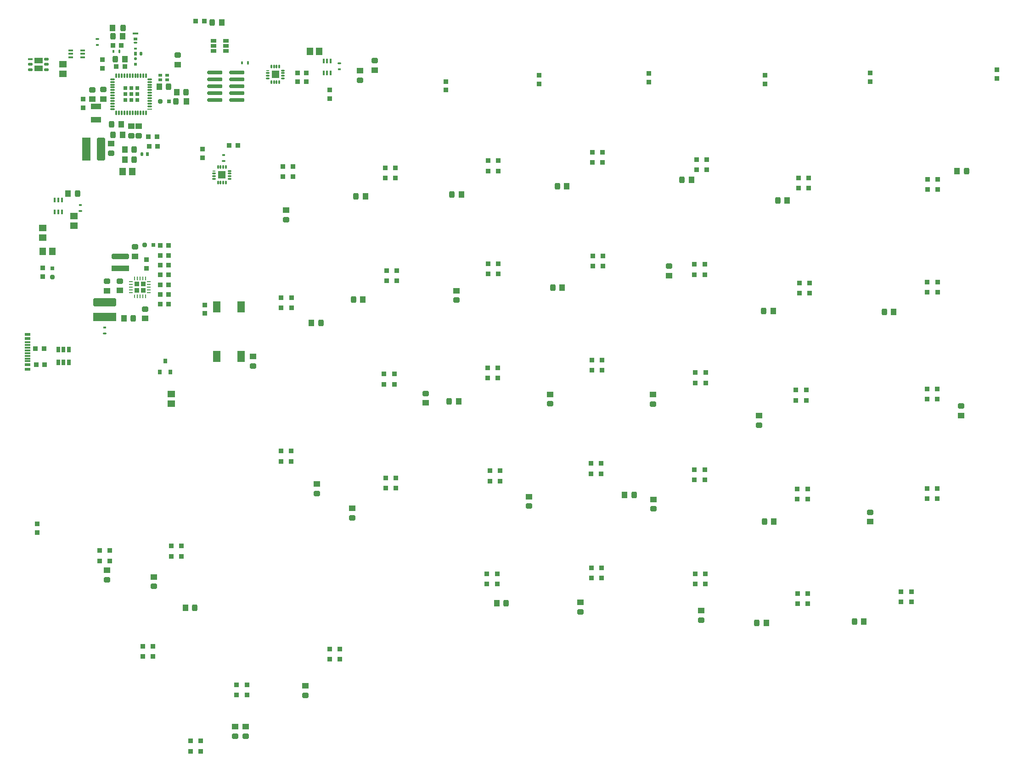
<source format=gtp>
G04*
G04 #@! TF.GenerationSoftware,Altium Limited,Altium Designer,24.10.1 (45)*
G04*
G04 Layer_Color=8421504*
%FSLAX44Y44*%
%MOMM*%
G71*
G04*
G04 #@! TF.SameCoordinates,C5D54C42-AD36-42D0-BC00-7EC9B4A80EB1*
G04*
G04*
G04 #@! TF.FilePolarity,Positive*
G04*
G01*
G75*
%ADD22R,0.7620X0.7112*%
%ADD23R,1.6256X1.1176*%
%ADD24R,0.8000X0.9000*%
%ADD25R,0.9000X0.9000*%
%ADD26R,1.2000X1.0000*%
G04:AMPARAMS|DCode=27|XSize=1.2mm|YSize=1mm|CornerRadius=0.25mm|HoleSize=0mm|Usage=FLASHONLY|Rotation=180.000|XOffset=0mm|YOffset=0mm|HoleType=Round|Shape=RoundedRectangle|*
%AMROUNDEDRECTD27*
21,1,1.2000,0.5000,0,0,180.0*
21,1,0.7000,1.0000,0,0,180.0*
1,1,0.5000,-0.3500,0.2500*
1,1,0.5000,0.3500,0.2500*
1,1,0.5000,0.3500,-0.2500*
1,1,0.5000,-0.3500,-0.2500*
%
%ADD27ROUNDEDRECTD27*%
G04:AMPARAMS|DCode=28|XSize=0.26mm|YSize=0.86mm|CornerRadius=0.065mm|HoleSize=0mm|Usage=FLASHONLY|Rotation=180.000|XOffset=0mm|YOffset=0mm|HoleType=Round|Shape=RoundedRectangle|*
%AMROUNDEDRECTD28*
21,1,0.2600,0.7300,0,0,180.0*
21,1,0.1300,0.8600,0,0,180.0*
1,1,0.1300,-0.0650,0.3650*
1,1,0.1300,0.0650,0.3650*
1,1,0.1300,0.0650,-0.3650*
1,1,0.1300,-0.0650,-0.3650*
%
%ADD28ROUNDEDRECTD28*%
G04:AMPARAMS|DCode=29|XSize=0.26mm|YSize=0.86mm|CornerRadius=0.065mm|HoleSize=0mm|Usage=FLASHONLY|Rotation=270.000|XOffset=0mm|YOffset=0mm|HoleType=Round|Shape=RoundedRectangle|*
%AMROUNDEDRECTD29*
21,1,0.2600,0.7300,0,0,270.0*
21,1,0.1300,0.8600,0,0,270.0*
1,1,0.1300,-0.3650,-0.0650*
1,1,0.1300,-0.3650,0.0650*
1,1,0.1300,0.3650,0.0650*
1,1,0.1300,0.3650,-0.0650*
%
%ADD29ROUNDEDRECTD29*%
%ADD30R,0.8600X0.2600*%
%ADD31R,0.5892X0.4700*%
G04:AMPARAMS|DCode=32|XSize=0.5892mm|YSize=0.47mm|CornerRadius=0.1175mm|HoleSize=0mm|Usage=FLASHONLY|Rotation=180.000|XOffset=0mm|YOffset=0mm|HoleType=Round|Shape=RoundedRectangle|*
%AMROUNDEDRECTD32*
21,1,0.5892,0.2350,0,0,180.0*
21,1,0.3542,0.4700,0,0,180.0*
1,1,0.2350,-0.1771,0.1175*
1,1,0.2350,0.1771,0.1175*
1,1,0.2350,0.1771,-0.1175*
1,1,0.2350,-0.1771,-0.1175*
%
%ADD32ROUNDEDRECTD32*%
%ADD33R,0.5000X0.6400*%
G04:AMPARAMS|DCode=34|XSize=0.64mm|YSize=0.5mm|CornerRadius=0.125mm|HoleSize=0mm|Usage=FLASHONLY|Rotation=90.000|XOffset=0mm|YOffset=0mm|HoleType=Round|Shape=RoundedRectangle|*
%AMROUNDEDRECTD34*
21,1,0.6400,0.2500,0,0,90.0*
21,1,0.3900,0.5000,0,0,90.0*
1,1,0.2500,0.1250,0.1950*
1,1,0.2500,0.1250,-0.1950*
1,1,0.2500,-0.1250,-0.1950*
1,1,0.2500,-0.1250,0.1950*
%
%ADD34ROUNDEDRECTD34*%
%ADD35R,0.6400X0.4700*%
G04:AMPARAMS|DCode=36|XSize=1.016mm|YSize=0.3938mm|CornerRadius=0.0984mm|HoleSize=0mm|Usage=FLASHONLY|Rotation=180.000|XOffset=0mm|YOffset=0mm|HoleType=Round|Shape=RoundedRectangle|*
%AMROUNDEDRECTD36*
21,1,1.0160,0.1969,0,0,180.0*
21,1,0.8191,0.3938,0,0,180.0*
1,1,0.1969,-0.4096,0.0984*
1,1,0.1969,0.4096,0.0984*
1,1,0.1969,0.4096,-0.0984*
1,1,0.1969,-0.4096,-0.0984*
%
%ADD36ROUNDEDRECTD36*%
%ADD37R,0.9000X0.9000*%
G04:AMPARAMS|DCode=38|XSize=0.9mm|YSize=0.9mm|CornerRadius=0.225mm|HoleSize=0mm|Usage=FLASHONLY|Rotation=180.000|XOffset=0mm|YOffset=0mm|HoleType=Round|Shape=RoundedRectangle|*
%AMROUNDEDRECTD38*
21,1,0.9000,0.4500,0,0,180.0*
21,1,0.4500,0.9000,0,0,180.0*
1,1,0.4500,-0.2250,0.2250*
1,1,0.4500,0.2250,0.2250*
1,1,0.4500,0.2250,-0.2250*
1,1,0.4500,-0.2250,-0.2250*
%
%ADD38ROUNDEDRECTD38*%
G04:AMPARAMS|DCode=39|XSize=0.9mm|YSize=0.9mm|CornerRadius=0.225mm|HoleSize=0mm|Usage=FLASHONLY|Rotation=270.000|XOffset=0mm|YOffset=0mm|HoleType=Round|Shape=RoundedRectangle|*
%AMROUNDEDRECTD39*
21,1,0.9000,0.4500,0,0,270.0*
21,1,0.4500,0.9000,0,0,270.0*
1,1,0.4500,-0.2250,-0.2250*
1,1,0.4500,-0.2250,0.2250*
1,1,0.4500,0.2250,0.2250*
1,1,0.4500,0.2250,-0.2250*
%
%ADD39ROUNDEDRECTD39*%
G04:AMPARAMS|DCode=40|XSize=1.2mm|YSize=1mm|CornerRadius=0.25mm|HoleSize=0mm|Usage=FLASHONLY|Rotation=270.000|XOffset=0mm|YOffset=0mm|HoleType=Round|Shape=RoundedRectangle|*
%AMROUNDEDRECTD40*
21,1,1.2000,0.5000,0,0,270.0*
21,1,0.7000,1.0000,0,0,270.0*
1,1,0.5000,-0.2500,-0.3500*
1,1,0.5000,-0.2500,0.3500*
1,1,0.5000,0.2500,0.3500*
1,1,0.5000,0.2500,-0.3500*
%
%ADD40ROUNDEDRECTD40*%
%ADD41R,1.0000X1.2000*%
%ADD42R,1.4700X1.1600*%
%ADD43R,1.4000X2.1000*%
%ADD44R,1.1600X1.4700*%
%ADD45R,1.3700X1.3700*%
G04:AMPARAMS|DCode=46|XSize=0.6mm|YSize=0.26mm|CornerRadius=0.0325mm|HoleSize=0mm|Usage=FLASHONLY|Rotation=0.000|XOffset=0mm|YOffset=0mm|HoleType=Round|Shape=RoundedRectangle|*
%AMROUNDEDRECTD46*
21,1,0.6000,0.1950,0,0,0.0*
21,1,0.5350,0.2600,0,0,0.0*
1,1,0.0650,0.2675,-0.0975*
1,1,0.0650,-0.2675,-0.0975*
1,1,0.0650,-0.2675,0.0975*
1,1,0.0650,0.2675,0.0975*
%
%ADD46ROUNDEDRECTD46*%
%ADD47R,0.6000X0.2600*%
G04:AMPARAMS|DCode=48|XSize=0.6mm|YSize=0.26mm|CornerRadius=0.0325mm|HoleSize=0mm|Usage=FLASHONLY|Rotation=90.000|XOffset=0mm|YOffset=0mm|HoleType=Round|Shape=RoundedRectangle|*
%AMROUNDEDRECTD48*
21,1,0.6000,0.1950,0,0,90.0*
21,1,0.5350,0.2600,0,0,90.0*
1,1,0.0650,0.0975,0.2675*
1,1,0.0650,0.0975,-0.2675*
1,1,0.0650,-0.0975,-0.2675*
1,1,0.0650,-0.0975,0.2675*
%
%ADD48ROUNDEDRECTD48*%
G04:AMPARAMS|DCode=49|XSize=0.4mm|YSize=0.9mm|CornerRadius=0.1mm|HoleSize=0mm|Usage=FLASHONLY|Rotation=0.000|XOffset=0mm|YOffset=0mm|HoleType=Round|Shape=RoundedRectangle|*
%AMROUNDEDRECTD49*
21,1,0.4000,0.7000,0,0,0.0*
21,1,0.2000,0.9000,0,0,0.0*
1,1,0.2000,0.1000,-0.3500*
1,1,0.2000,-0.1000,-0.3500*
1,1,0.2000,-0.1000,0.3500*
1,1,0.2000,0.1000,0.3500*
%
%ADD49ROUNDEDRECTD49*%
%ADD50R,0.4000X0.9000*%
%ADD51R,1.0000X0.7000*%
G04:AMPARAMS|DCode=52|XSize=2.794mm|YSize=0.6604mm|CornerRadius=0.1651mm|HoleSize=0mm|Usage=FLASHONLY|Rotation=0.000|XOffset=0mm|YOffset=0mm|HoleType=Round|Shape=RoundedRectangle|*
%AMROUNDEDRECTD52*
21,1,2.7940,0.3302,0,0,0.0*
21,1,2.4638,0.6604,0,0,0.0*
1,1,0.3302,1.2319,-0.1651*
1,1,0.3302,-1.2319,-0.1651*
1,1,0.3302,-1.2319,0.1651*
1,1,0.3302,1.2319,0.1651*
%
%ADD52ROUNDEDRECTD52*%
%ADD53R,0.9000X0.4000*%
G04:AMPARAMS|DCode=54|XSize=0.4mm|YSize=0.9mm|CornerRadius=0.1mm|HoleSize=0mm|Usage=FLASHONLY|Rotation=270.000|XOffset=0mm|YOffset=0mm|HoleType=Round|Shape=RoundedRectangle|*
%AMROUNDEDRECTD54*
21,1,0.4000,0.7000,0,0,270.0*
21,1,0.2000,0.9000,0,0,270.0*
1,1,0.2000,-0.3500,-0.1000*
1,1,0.2000,-0.3500,0.1000*
1,1,0.2000,0.3500,0.1000*
1,1,0.2000,0.3500,-0.1000*
%
%ADD54ROUNDEDRECTD54*%
G04:AMPARAMS|DCode=55|XSize=1.6mm|YSize=4.3mm|CornerRadius=0.4mm|HoleSize=0mm|Usage=FLASHONLY|Rotation=0.000|XOffset=0mm|YOffset=0mm|HoleType=Round|Shape=RoundedRectangle|*
%AMROUNDEDRECTD55*
21,1,1.6000,3.5000,0,0,0.0*
21,1,0.8000,4.3000,0,0,0.0*
1,1,0.8000,0.4000,-1.7500*
1,1,0.8000,-0.4000,-1.7500*
1,1,0.8000,-0.4000,1.7500*
1,1,0.8000,0.4000,1.7500*
%
%ADD55ROUNDEDRECTD55*%
%ADD56R,1.6000X4.3000*%
G04:AMPARAMS|DCode=57|XSize=1.6mm|YSize=4.3mm|CornerRadius=0.4mm|HoleSize=0mm|Usage=FLASHONLY|Rotation=90.000|XOffset=0mm|YOffset=0mm|HoleType=Round|Shape=RoundedRectangle|*
%AMROUNDEDRECTD57*
21,1,1.6000,3.5000,0,0,90.0*
21,1,0.8000,4.3000,0,0,90.0*
1,1,0.8000,1.7500,0.4000*
1,1,0.8000,1.7500,-0.4000*
1,1,0.8000,-1.7500,-0.4000*
1,1,0.8000,-1.7500,0.4000*
%
%ADD57ROUNDEDRECTD57*%
%ADD58R,4.3000X1.6000*%
G04:AMPARAMS|DCode=59|XSize=0.45mm|YSize=0.85mm|CornerRadius=0.1125mm|HoleSize=0mm|Usage=FLASHONLY|Rotation=90.000|XOffset=0mm|YOffset=0mm|HoleType=Round|Shape=RoundedRectangle|*
%AMROUNDEDRECTD59*
21,1,0.4500,0.6250,0,0,90.0*
21,1,0.2250,0.8500,0,0,90.0*
1,1,0.2250,0.3125,0.1125*
1,1,0.2250,0.3125,-0.1125*
1,1,0.2250,-0.3125,-0.1125*
1,1,0.2250,-0.3125,0.1125*
%
%ADD59ROUNDEDRECTD59*%
%ADD60R,0.8500X0.4500*%
%ADD61R,1.9000X1.1000*%
G04:AMPARAMS|DCode=62|XSize=1mm|YSize=3.2mm|CornerRadius=0.25mm|HoleSize=0mm|Usage=FLASHONLY|Rotation=90.000|XOffset=0mm|YOffset=0mm|HoleType=Round|Shape=RoundedRectangle|*
%AMROUNDEDRECTD62*
21,1,1.0000,2.7000,0,0,90.0*
21,1,0.5000,3.2000,0,0,90.0*
1,1,0.5000,1.3500,0.2500*
1,1,0.5000,1.3500,-0.2500*
1,1,0.5000,-1.3500,-0.2500*
1,1,0.5000,-1.3500,0.2500*
%
%ADD62ROUNDEDRECTD62*%
%ADD63R,3.2000X1.0000*%
%ADD64R,0.6000X0.4000*%
G04:AMPARAMS|DCode=65|XSize=0.6mm|YSize=0.4mm|CornerRadius=0.1mm|HoleSize=0mm|Usage=FLASHONLY|Rotation=180.000|XOffset=0mm|YOffset=0mm|HoleType=Round|Shape=RoundedRectangle|*
%AMROUNDEDRECTD65*
21,1,0.6000,0.2000,0,0,180.0*
21,1,0.4000,0.4000,0,0,180.0*
1,1,0.2000,-0.2000,0.1000*
1,1,0.2000,0.2000,0.1000*
1,1,0.2000,0.2000,-0.1000*
1,1,0.2000,-0.2000,-0.1000*
%
%ADD65ROUNDEDRECTD65*%
%ADD66R,0.4000X0.6000*%
G04:AMPARAMS|DCode=67|XSize=0.6mm|YSize=0.4mm|CornerRadius=0.1mm|HoleSize=0mm|Usage=FLASHONLY|Rotation=90.000|XOffset=0mm|YOffset=0mm|HoleType=Round|Shape=RoundedRectangle|*
%AMROUNDEDRECTD67*
21,1,0.6000,0.2000,0,0,90.0*
21,1,0.4000,0.4000,0,0,90.0*
1,1,0.2000,0.1000,0.2000*
1,1,0.2000,0.1000,-0.2000*
1,1,0.2000,-0.1000,-0.2000*
1,1,0.2000,-0.1000,0.2000*
%
%ADD67ROUNDEDRECTD67*%
%ADD68R,0.6858X0.5842*%
G04:AMPARAMS|DCode=69|XSize=0.64mm|YSize=0.47mm|CornerRadius=0.1175mm|HoleSize=0mm|Usage=FLASHONLY|Rotation=270.000|XOffset=0mm|YOffset=0mm|HoleType=Round|Shape=RoundedRectangle|*
%AMROUNDEDRECTD69*
21,1,0.6400,0.2350,0,0,270.0*
21,1,0.4050,0.4700,0,0,270.0*
1,1,0.2350,-0.1175,-0.2025*
1,1,0.2350,-0.1175,0.2025*
1,1,0.2350,0.1175,0.2025*
1,1,0.2350,0.1175,-0.2025*
%
%ADD69ROUNDEDRECTD69*%
%ADD70R,0.4700X0.6400*%
G04:AMPARAMS|DCode=71|XSize=0.24mm|YSize=0.6mm|CornerRadius=0.0324mm|HoleSize=0mm|Usage=FLASHONLY|Rotation=90.000|XOffset=0mm|YOffset=0mm|HoleType=Round|Shape=RoundedRectangle|*
%AMROUNDEDRECTD71*
21,1,0.2400,0.5352,0,0,90.0*
21,1,0.1752,0.6000,0,0,90.0*
1,1,0.0648,0.2676,0.0876*
1,1,0.0648,0.2676,-0.0876*
1,1,0.0648,-0.2676,-0.0876*
1,1,0.0648,-0.2676,0.0876*
%
%ADD71ROUNDEDRECTD71*%
G04:AMPARAMS|DCode=72|XSize=0.6mm|YSize=0.24mm|CornerRadius=0.06mm|HoleSize=0mm|Usage=FLASHONLY|Rotation=90.000|XOffset=0mm|YOffset=0mm|HoleType=Round|Shape=RoundedRectangle|*
%AMROUNDEDRECTD72*
21,1,0.6000,0.1200,0,0,90.0*
21,1,0.4800,0.2400,0,0,90.0*
1,1,0.1200,0.0600,0.2400*
1,1,0.1200,0.0600,-0.2400*
1,1,0.1200,-0.0600,-0.2400*
1,1,0.1200,-0.0600,0.2400*
%
%ADD72ROUNDEDRECTD72*%
G04:AMPARAMS|DCode=73|XSize=0.6mm|YSize=0.24mm|CornerRadius=0.0324mm|HoleSize=0mm|Usage=FLASHONLY|Rotation=90.000|XOffset=0mm|YOffset=0mm|HoleType=Round|Shape=RoundedRectangle|*
%AMROUNDEDRECTD73*
21,1,0.6000,0.1752,0,0,90.0*
21,1,0.5352,0.2400,0,0,90.0*
1,1,0.0648,0.0876,0.2676*
1,1,0.0648,0.0876,-0.2676*
1,1,0.0648,-0.0876,-0.2676*
1,1,0.0648,-0.0876,0.2676*
%
%ADD73ROUNDEDRECTD73*%
G04:AMPARAMS|DCode=74|XSize=0.8mm|YSize=0.8mm|CornerRadius=0.2mm|HoleSize=0mm|Usage=FLASHONLY|Rotation=270.000|XOffset=0mm|YOffset=0mm|HoleType=Round|Shape=RoundedRectangle|*
%AMROUNDEDRECTD74*
21,1,0.8000,0.4000,0,0,270.0*
21,1,0.4000,0.8000,0,0,270.0*
1,1,0.4000,-0.2000,-0.2000*
1,1,0.4000,-0.2000,0.2000*
1,1,0.4000,0.2000,0.2000*
1,1,0.4000,0.2000,-0.2000*
%
%ADD74ROUNDEDRECTD74*%
%ADD75R,0.8000X0.8000*%
G04:AMPARAMS|DCode=76|XSize=0.8mm|YSize=0.8mm|CornerRadius=0.2mm|HoleSize=0mm|Usage=FLASHONLY|Rotation=0.000|XOffset=0mm|YOffset=0mm|HoleType=Round|Shape=RoundedRectangle|*
%AMROUNDEDRECTD76*
21,1,0.8000,0.4000,0,0,0.0*
21,1,0.4000,0.8000,0,0,0.0*
1,1,0.4000,0.2000,-0.2000*
1,1,0.4000,-0.2000,-0.2000*
1,1,0.4000,-0.2000,0.2000*
1,1,0.4000,0.2000,0.2000*
%
%ADD76ROUNDEDRECTD76*%
%ADD77R,0.8000X0.8000*%
%ADD78R,1.1400X0.6000*%
%ADD79R,1.1400X0.3000*%
%ADD80R,0.7000X1.0000*%
G36*
X274828Y405892D02*
Y397216D01*
X266152D01*
Y405892D01*
X274828D01*
D02*
G37*
G36*
Y417616D02*
Y408940D01*
X266152D01*
Y417616D01*
X274828D01*
D02*
G37*
G36*
X286552Y405892D02*
Y397216D01*
X277876D01*
Y405892D01*
X286552D01*
D02*
G37*
G36*
Y417616D02*
Y408940D01*
X277876D01*
Y417616D01*
X286552D01*
D02*
G37*
D22*
X249368Y774980D02*
D03*
X260036D02*
D03*
X270958D02*
D03*
X249114Y763804D02*
D03*
X260036D02*
D03*
X270958D02*
D03*
X249114Y752882D02*
D03*
X260036D02*
D03*
X271212D02*
D03*
D23*
X88900Y811530D02*
D03*
Y825754D02*
D03*
D24*
X313080Y251112D02*
D03*
X332080D02*
D03*
X322580Y271112D02*
D03*
D25*
X539648Y630530D02*
D03*
Y611530D02*
D03*
X558648D02*
D03*
Y630530D02*
D03*
X747116Y627990D02*
D03*
Y608990D02*
D03*
X728116D02*
D03*
Y627990D02*
D03*
X918108Y640944D02*
D03*
Y621944D02*
D03*
X937108D02*
D03*
Y640944D02*
D03*
X1129132Y656438D02*
D03*
Y637438D02*
D03*
X1110132D02*
D03*
Y656438D02*
D03*
X1509370Y609448D02*
D03*
Y590448D02*
D03*
X1490370D02*
D03*
Y609448D02*
D03*
X1747114Y587908D02*
D03*
Y606908D02*
D03*
X1728114D02*
D03*
Y587908D02*
D03*
X1302410Y643230D02*
D03*
Y624230D02*
D03*
X1321410D02*
D03*
Y643230D02*
D03*
X1679600Y-154584D02*
D03*
Y-173584D02*
D03*
X1698600D02*
D03*
Y-154584D02*
D03*
X536600Y388214D02*
D03*
Y369214D02*
D03*
X555600D02*
D03*
Y388214D02*
D03*
X730762Y438151D02*
D03*
Y419151D02*
D03*
X749762D02*
D03*
Y438151D02*
D03*
X937162Y450872D02*
D03*
Y431872D02*
D03*
X918162D02*
D03*
Y450872D02*
D03*
X1110894Y465430D02*
D03*
Y446430D02*
D03*
X1129894D02*
D03*
Y465430D02*
D03*
X1317387Y430761D02*
D03*
Y449761D02*
D03*
X1298387D02*
D03*
Y430761D02*
D03*
X1510894Y415138D02*
D03*
Y396138D02*
D03*
X1491894D02*
D03*
Y415138D02*
D03*
X1727860Y416916D02*
D03*
Y397916D02*
D03*
X1746860D02*
D03*
Y416916D02*
D03*
X220606Y-78591D02*
D03*
Y-97591D02*
D03*
X201606D02*
D03*
Y-78591D02*
D03*
X352908Y-70256D02*
D03*
Y-89256D02*
D03*
X333908D02*
D03*
Y-70256D02*
D03*
X745084Y247244D02*
D03*
Y228244D02*
D03*
X726084D02*
D03*
Y247244D02*
D03*
X917092Y258928D02*
D03*
Y239928D02*
D03*
X936092D02*
D03*
Y258928D02*
D03*
X1128116Y273152D02*
D03*
Y254152D02*
D03*
X1109116D02*
D03*
Y273152D02*
D03*
X1300124Y249784D02*
D03*
Y230784D02*
D03*
X1319124D02*
D03*
Y249784D02*
D03*
X1504544Y217526D02*
D03*
Y198526D02*
D03*
X1485544D02*
D03*
Y217526D02*
D03*
X1727351Y219948D02*
D03*
Y200948D02*
D03*
X1746351D02*
D03*
Y219948D02*
D03*
X300076Y-255422D02*
D03*
Y-274422D02*
D03*
X281076D02*
D03*
Y-255422D02*
D03*
X536078Y104929D02*
D03*
Y85929D02*
D03*
X555078D02*
D03*
Y104929D02*
D03*
X729255Y36585D02*
D03*
Y55585D02*
D03*
X748255D02*
D03*
Y36585D02*
D03*
X921295Y68630D02*
D03*
Y49630D02*
D03*
X940295D02*
D03*
Y68630D02*
D03*
X1126846Y82144D02*
D03*
Y63144D02*
D03*
X1107846D02*
D03*
Y82144D02*
D03*
X1298513Y70649D02*
D03*
Y51649D02*
D03*
X1317513D02*
D03*
Y70649D02*
D03*
X1488084Y16408D02*
D03*
Y35408D02*
D03*
X1507084D02*
D03*
Y16408D02*
D03*
X1727606Y35916D02*
D03*
Y16916D02*
D03*
X1746606D02*
D03*
Y35916D02*
D03*
X388468Y-429920D02*
D03*
Y-448920D02*
D03*
X369468D02*
D03*
Y-429920D02*
D03*
X454304Y-326288D02*
D03*
Y-345288D02*
D03*
X473304D02*
D03*
Y-326288D02*
D03*
X644754Y-260248D02*
D03*
Y-279248D02*
D03*
X625754D02*
D03*
Y-260248D02*
D03*
X934902Y-121339D02*
D03*
Y-140339D02*
D03*
X915902D02*
D03*
Y-121339D02*
D03*
X1127608Y-110388D02*
D03*
Y-129388D02*
D03*
X1108608D02*
D03*
Y-110388D02*
D03*
X1299696Y-121462D02*
D03*
Y-140462D02*
D03*
X1318696D02*
D03*
Y-121462D02*
D03*
X1507418Y-157712D02*
D03*
Y-176712D02*
D03*
X1488418D02*
D03*
Y-157712D02*
D03*
X456818Y668782D02*
D03*
X308990Y667766D02*
D03*
X307466Y685546D02*
D03*
X329284Y375898D02*
D03*
X313284Y393974D02*
D03*
Y412050D02*
D03*
Y430127D02*
D03*
X329284Y448203D02*
D03*
X329284Y466279D02*
D03*
X313284Y484356D02*
D03*
X582802Y787146D02*
D03*
X566802Y802894D02*
D03*
X378588Y898906D02*
D03*
X248284Y814832D02*
D03*
X242046Y853988D02*
D03*
X84708Y264454D02*
D03*
X83692Y294172D02*
D03*
D26*
X267208Y464706D02*
D03*
X274066Y704710D02*
D03*
X484886Y279514D02*
D03*
X580898Y-328054D02*
D03*
X1088644Y-174384D02*
D03*
X1310640Y-189624D02*
D03*
X1251966Y428892D02*
D03*
X545846Y549910D02*
D03*
X993140Y20942D02*
D03*
X1417957Y170492D02*
D03*
X1622806Y-25260D02*
D03*
X1790192Y170688D02*
D03*
X471424Y-403746D02*
D03*
X451866Y-403492D02*
D03*
X239522Y401346D02*
D03*
X215392Y401206D02*
D03*
X285461Y349644D02*
D03*
X1221994Y209296D02*
D03*
X1223264Y15862D02*
D03*
X1032764Y209804D02*
D03*
X803148Y193802D02*
D03*
X667258Y-648D02*
D03*
X602742Y44424D02*
D03*
X301498Y-127140D02*
D03*
X215392Y-114694D02*
D03*
X859790Y401066D02*
D03*
X682244Y806818D02*
D03*
X708660Y808368D02*
D03*
X345694Y818528D02*
D03*
X208280Y754660D02*
D03*
X187960Y754520D02*
D03*
X260350Y704456D02*
D03*
X223266Y672198D02*
D03*
D27*
X267208Y482206D02*
D03*
X274066Y687210D02*
D03*
X484886Y262014D02*
D03*
X580898Y-345554D02*
D03*
X1088644Y-191884D02*
D03*
X1310640Y-207124D02*
D03*
X1251966Y446392D02*
D03*
X545846Y532410D02*
D03*
X993140Y3442D02*
D03*
X1417957Y152992D02*
D03*
X1622806Y-7760D02*
D03*
X1790192Y188188D02*
D03*
X471424Y-421246D02*
D03*
X451866Y-420992D02*
D03*
X239522Y418846D02*
D03*
X215392Y418706D02*
D03*
X285461Y367144D02*
D03*
X1221994Y191796D02*
D03*
X1223264Y-1638D02*
D03*
X1032764Y192304D02*
D03*
X803148Y211302D02*
D03*
X667258Y-18148D02*
D03*
X602742Y26924D02*
D03*
X301498Y-144640D02*
D03*
X215392Y-132194D02*
D03*
X859790Y383566D02*
D03*
X682244Y789318D02*
D03*
X708660Y825868D02*
D03*
X345694Y836028D02*
D03*
X208280Y772160D02*
D03*
X187960Y772020D02*
D03*
X260350Y686956D02*
D03*
X223266Y654698D02*
D03*
D28*
X287536Y729454D02*
D03*
X282536D02*
D03*
X277536D02*
D03*
X272536D02*
D03*
X267536D02*
D03*
X262536D02*
D03*
X257536D02*
D03*
X252536D02*
D03*
X247536D02*
D03*
X242536D02*
D03*
X237536D02*
D03*
X232536D02*
D03*
Y798154D02*
D03*
X237536D02*
D03*
X242536D02*
D03*
X247536D02*
D03*
X252536D02*
D03*
X257536D02*
D03*
X262536D02*
D03*
X267536D02*
D03*
X272536D02*
D03*
X277536D02*
D03*
X282536D02*
D03*
X287536D02*
D03*
D29*
X225686Y736304D02*
D03*
Y741304D02*
D03*
Y746304D02*
D03*
Y751304D02*
D03*
Y756304D02*
D03*
Y761304D02*
D03*
Y766304D02*
D03*
Y771304D02*
D03*
Y776304D02*
D03*
Y781304D02*
D03*
Y786304D02*
D03*
Y791304D02*
D03*
X294386D02*
D03*
Y786304D02*
D03*
Y781304D02*
D03*
Y776304D02*
D03*
Y771304D02*
D03*
Y766304D02*
D03*
Y761304D02*
D03*
Y756304D02*
D03*
Y751304D02*
D03*
Y746304D02*
D03*
Y741304D02*
D03*
D30*
Y736304D02*
D03*
D31*
X267970Y818976D02*
D03*
D32*
Y828976D02*
D03*
D33*
X268304Y838454D02*
D03*
D34*
X278304D02*
D03*
D35*
X267970Y865712D02*
D03*
D36*
Y875712D02*
D03*
D37*
X171196Y738506D02*
D03*
X391922Y662050D02*
D03*
X288290Y442596D02*
D03*
X395732Y358904D02*
D03*
X1856486Y793116D02*
D03*
X1622552Y786766D02*
D03*
X1428750Y782702D02*
D03*
X1214120Y785750D02*
D03*
X1012444Y782702D02*
D03*
X840232Y771272D02*
D03*
X626364Y755524D02*
D03*
X207264Y811404D02*
D03*
X96520Y442720D02*
D03*
X86360Y-45210D02*
D03*
D38*
X171196Y754506D02*
D03*
X391922Y646050D02*
D03*
X288290Y458596D02*
D03*
X395732Y374904D02*
D03*
X1856486Y809116D02*
D03*
X1622552Y802766D02*
D03*
X1428750Y798702D02*
D03*
X1214120Y801750D02*
D03*
X1012444Y798702D02*
D03*
X840232Y787272D02*
D03*
X626364Y771524D02*
D03*
X207264Y827404D02*
D03*
X96520Y426720D02*
D03*
X86360Y-29210D02*
D03*
D39*
X440818Y668782D02*
D03*
X292990Y667766D02*
D03*
X291466Y685546D02*
D03*
X313284Y375898D02*
D03*
X329284Y393974D02*
D03*
Y412050D02*
D03*
Y430127D02*
D03*
X313284Y448203D02*
D03*
X313284Y466279D02*
D03*
X329284Y484356D02*
D03*
X566802Y787146D02*
D03*
X582802Y802894D02*
D03*
X394588Y898906D02*
D03*
X232284Y814832D02*
D03*
X226046Y853988D02*
D03*
X100708Y264454D02*
D03*
X99692Y294172D02*
D03*
D40*
X1452258Y567436D02*
D03*
X1275728Y606044D02*
D03*
X1045798Y593543D02*
D03*
X851504Y578481D02*
D03*
X674510Y575564D02*
D03*
X1413650Y-212344D02*
D03*
X1593482Y-209550D02*
D03*
X951598Y-175514D02*
D03*
X1427620Y-25400D02*
D03*
X226708Y688594D02*
D03*
X361302Y767588D02*
D03*
X329044Y777748D02*
D03*
X263994Y349736D02*
D03*
X1187196Y23622D02*
D03*
X846468Y196596D02*
D03*
X377558Y-183896D02*
D03*
X609854Y341122D02*
D03*
X669938Y384556D02*
D03*
X1037222Y406654D02*
D03*
X1426350Y363474D02*
D03*
X1648600Y361950D02*
D03*
X1800466Y622046D02*
D03*
X409394Y896486D02*
D03*
X231026Y828040D02*
D03*
X226454Y870712D02*
D03*
X265544Y643128D02*
D03*
Y661416D02*
D03*
X223914Y708406D02*
D03*
X161240Y579982D02*
D03*
X342298Y750062D02*
D03*
X245458Y885952D02*
D03*
D41*
X1469758Y567436D02*
D03*
X1293228Y606044D02*
D03*
X1063298Y593543D02*
D03*
X869004Y578481D02*
D03*
X692010Y575564D02*
D03*
X1431150Y-212344D02*
D03*
X1610982Y-209550D02*
D03*
X934098Y-175514D02*
D03*
X1445120Y-25400D02*
D03*
X244208Y688594D02*
D03*
X343802Y767588D02*
D03*
X311544Y777748D02*
D03*
X246494Y349736D02*
D03*
X1169696Y23622D02*
D03*
X863968Y196596D02*
D03*
X360058Y-183896D02*
D03*
X592354Y341122D02*
D03*
X687438Y384556D02*
D03*
X1054722Y406654D02*
D03*
X1443850Y363474D02*
D03*
X1666100Y361950D02*
D03*
X1782966Y622046D02*
D03*
X426894Y896486D02*
D03*
X248526Y828040D02*
D03*
X243954Y870712D02*
D03*
X248044Y643128D02*
D03*
Y661416D02*
D03*
X241414Y708406D02*
D03*
X143740Y579982D02*
D03*
X362298Y750062D02*
D03*
X225458Y885952D02*
D03*
D42*
X334264Y192876D02*
D03*
Y210476D02*
D03*
X134366Y801550D02*
D03*
Y819150D02*
D03*
X96520Y516890D02*
D03*
Y499290D02*
D03*
X154432Y521044D02*
D03*
Y538644D02*
D03*
D43*
X417682Y371128D02*
D03*
Y280128D02*
D03*
X462682D02*
D03*
Y371128D02*
D03*
D44*
X589370Y842518D02*
D03*
X606970D02*
D03*
X262196Y620934D02*
D03*
X244596D02*
D03*
X114300Y473710D02*
D03*
X96700D02*
D03*
D45*
X525780Y800100D02*
D03*
X427482Y614680D02*
D03*
D46*
X540130Y807600D02*
D03*
Y802600D02*
D03*
Y797600D02*
D03*
Y792600D02*
D03*
X511430D02*
D03*
Y797600D02*
D03*
Y802600D02*
D03*
X413132Y617180D02*
D03*
Y612180D02*
D03*
Y607180D02*
D03*
X441832D02*
D03*
Y612180D02*
D03*
Y617180D02*
D03*
Y622180D02*
D03*
D47*
X511430Y807600D02*
D03*
X413132Y622180D02*
D03*
D48*
X518280Y814450D02*
D03*
X523280D02*
D03*
X528280D02*
D03*
X533280D02*
D03*
Y785750D02*
D03*
X528280D02*
D03*
X523280D02*
D03*
X518280D02*
D03*
X419982Y600330D02*
D03*
X424982D02*
D03*
X429982D02*
D03*
X434982D02*
D03*
Y629030D02*
D03*
X429982D02*
D03*
X424982D02*
D03*
X419982D02*
D03*
D49*
X132230Y546276D02*
D03*
X125730D02*
D03*
X119230D02*
D03*
Y568276D02*
D03*
X125730D02*
D03*
X621284Y802816D02*
D03*
X627784D02*
D03*
Y824816D02*
D03*
X621284D02*
D03*
X614784D02*
D03*
D50*
X132230Y568276D02*
D03*
X614784Y802816D02*
D03*
D51*
X411480Y862432D02*
D03*
Y852932D02*
D03*
Y843432D02*
D03*
X435105D02*
D03*
Y852932D02*
D03*
Y862432D02*
D03*
D52*
X454914Y753364D02*
D03*
X414274D02*
D03*
X454914Y766064D02*
D03*
X414274D02*
D03*
X454914Y778764D02*
D03*
X414274D02*
D03*
X454914Y791464D02*
D03*
X414274D02*
D03*
X454914Y804164D02*
D03*
X414274D02*
D03*
D53*
X170766Y831700D02*
D03*
D54*
Y838200D02*
D03*
Y844700D02*
D03*
X148766D02*
D03*
Y838200D02*
D03*
Y831700D02*
D03*
D55*
X204292Y662178D02*
D03*
D56*
X177292D02*
D03*
D57*
X211582Y379806D02*
D03*
D58*
Y352806D02*
D03*
D59*
X103400Y808642D02*
D03*
Y818642D02*
D03*
X74400Y808642D02*
D03*
Y818642D02*
D03*
X103400Y828642D02*
D03*
D60*
X74400D02*
D03*
D61*
X194818Y716226D02*
D03*
Y741226D02*
D03*
D62*
X240030Y464566D02*
D03*
D63*
Y442566D02*
D03*
D64*
X267970Y847686D02*
D03*
X197866Y854710D02*
D03*
X430276Y651080D02*
D03*
X211328Y333414D02*
D03*
X643636Y809332D02*
D03*
X166624Y559220D02*
D03*
D65*
X267970Y858686D02*
D03*
X197866Y865710D02*
D03*
X430276Y640080D02*
D03*
X211328Y322414D02*
D03*
X643636Y820332D02*
D03*
X166624Y548220D02*
D03*
D66*
X464400Y821182D02*
D03*
X227672Y842772D02*
D03*
D67*
X475400Y821182D02*
D03*
X238672Y842772D02*
D03*
D68*
X326161Y790448D02*
D03*
X313411D02*
D03*
Y799084D02*
D03*
X326161D02*
D03*
D69*
X279988Y652780D02*
D03*
D70*
X289988D02*
D03*
D71*
X292852Y397416D02*
D03*
Y402416D02*
D03*
Y407416D02*
D03*
Y412416D02*
D03*
Y417416D02*
D03*
X259852D02*
D03*
Y412416D02*
D03*
Y407416D02*
D03*
Y402416D02*
D03*
Y397416D02*
D03*
D72*
X266352Y390916D02*
D03*
D73*
X271352D02*
D03*
X276352D02*
D03*
X281352D02*
D03*
X286352D02*
D03*
Y423916D02*
D03*
X281352D02*
D03*
X276352D02*
D03*
X271352D02*
D03*
X266352D02*
D03*
D74*
X314072Y750824D02*
D03*
X284862Y485648D02*
D03*
D75*
X330072Y750824D02*
D03*
X300862Y485648D02*
D03*
D76*
X114554Y426594D02*
D03*
D77*
Y442594D02*
D03*
D78*
X68834Y256330D02*
D03*
Y264330D02*
D03*
Y312330D02*
D03*
Y320330D02*
D03*
D79*
Y270830D02*
D03*
Y275830D02*
D03*
Y280830D02*
D03*
Y285830D02*
D03*
Y305830D02*
D03*
Y300830D02*
D03*
Y295830D02*
D03*
Y290830D02*
D03*
D80*
X125880Y268577D02*
D03*
X135380D02*
D03*
X144880D02*
D03*
Y292202D02*
D03*
X135380D02*
D03*
X125880D02*
D03*
M02*

</source>
